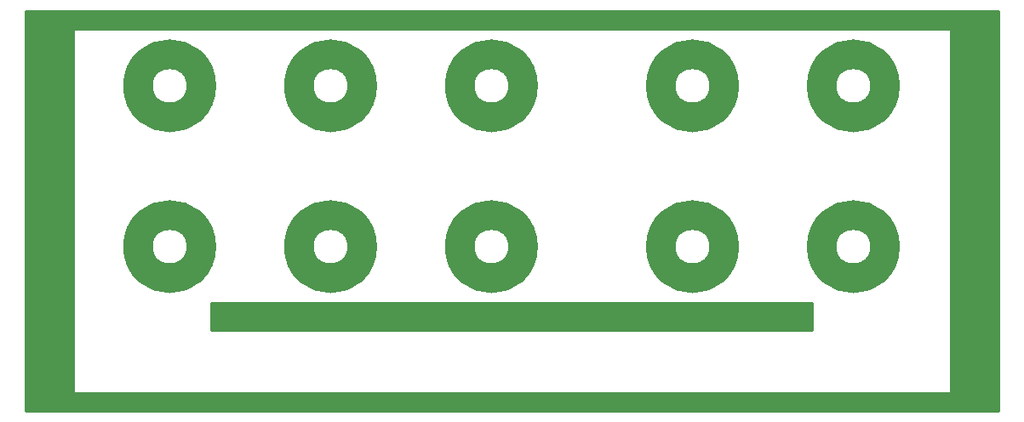
<source format=gts>
G04 #@! TF.FileFunction,Soldermask,Top*
%FSLAX46Y46*%
G04 Gerber Fmt 4.6, Leading zero omitted, Abs format (unit mm)*
G04 Created by KiCad (PCBNEW no-bzr-kicad_new3d-viewer) date 06/27/16 23:32:51*
%MOMM*%
%LPD*%
G01*
G04 APERTURE LIST*
%ADD10C,0.100000*%
%ADD11C,3.000000*%
%ADD12C,0.254000*%
G04 APERTURE END LIST*
D10*
D11*
X51052858Y-44844890D02*
G75*
G03X51052858Y-44844890I-3146824J0D01*
G01*
X67052858Y-44844890D02*
G75*
G03X67052858Y-44844890I-3146824J0D01*
G01*
X83052858Y-44844890D02*
G75*
G03X83052858Y-44844890I-3146824J0D01*
G01*
X103052858Y-44844890D02*
G75*
G03X103052858Y-44844890I-3146824J0D01*
G01*
X119052858Y-44844890D02*
G75*
G03X119052858Y-44844890I-3146824J0D01*
G01*
X119052858Y-60844890D02*
G75*
G03X119052858Y-60844890I-3146824J0D01*
G01*
X103052858Y-60844890D02*
G75*
G03X103052858Y-60844890I-3146824J0D01*
G01*
X83052858Y-60844890D02*
G75*
G03X83052858Y-60844890I-3146824J0D01*
G01*
X67052858Y-60844890D02*
G75*
G03X67052858Y-60844890I-3146824J0D01*
G01*
X51052858Y-60844890D02*
G75*
G03X51052858Y-60844890I-3146824J0D01*
G01*
D12*
G36*
X33583034Y-77167890D02*
X38329034Y-77167890D01*
X38329034Y-37421890D01*
X33583034Y-37421890D01*
X33583034Y-77167890D01*
X33583034Y-77167890D01*
G37*
X33583034Y-77167890D02*
X38329034Y-77167890D01*
X38329034Y-37421890D01*
X33583034Y-37421890D01*
X33583034Y-77167890D01*
G36*
X125583034Y-77167890D02*
X130329034Y-77167890D01*
X130329034Y-37421890D01*
X125583034Y-37421890D01*
X125583034Y-77167890D01*
X125583034Y-77167890D01*
G37*
X125583034Y-77167890D02*
X130329034Y-77167890D01*
X130329034Y-37421890D01*
X125583034Y-37421890D01*
X125583034Y-77167890D01*
G36*
X38433034Y-39167890D02*
X125479034Y-39167890D01*
X125479034Y-37421890D01*
X38433034Y-37421890D01*
X38433034Y-39167890D01*
X38433034Y-39167890D01*
G37*
X38433034Y-39167890D02*
X125479034Y-39167890D01*
X125479034Y-37421890D01*
X38433034Y-37421890D01*
X38433034Y-39167890D01*
G36*
X38433034Y-77167890D02*
X125479034Y-77167890D01*
X125479034Y-75421890D01*
X38433034Y-75421890D01*
X38433034Y-77167890D01*
X38433034Y-77167890D01*
G37*
X38433034Y-77167890D02*
X125479034Y-77167890D01*
X125479034Y-75421890D01*
X38433034Y-75421890D01*
X38433034Y-77167890D01*
G36*
X52013876Y-69167890D02*
X111809876Y-69167890D01*
X111809876Y-66421890D01*
X52013876Y-66421890D01*
X52013876Y-69167890D01*
X52013876Y-69167890D01*
G37*
X52013876Y-69167890D02*
X111809876Y-69167890D01*
X111809876Y-66421890D01*
X52013876Y-66421890D01*
X52013876Y-69167890D01*
M02*

</source>
